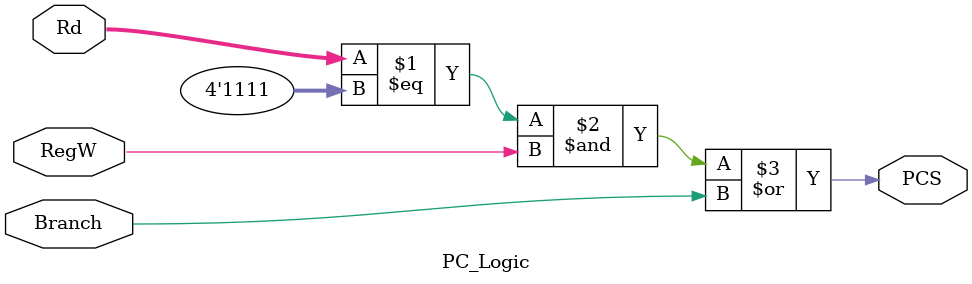
<source format=sv>
module PC_Logic (
	input logic [3:0] Rd,
	input logic Branch, RegW, 
	output logic PCS
);

	assign PCS = ((Rd == 4'b1111) & RegW) | Branch;

endmodule
</source>
